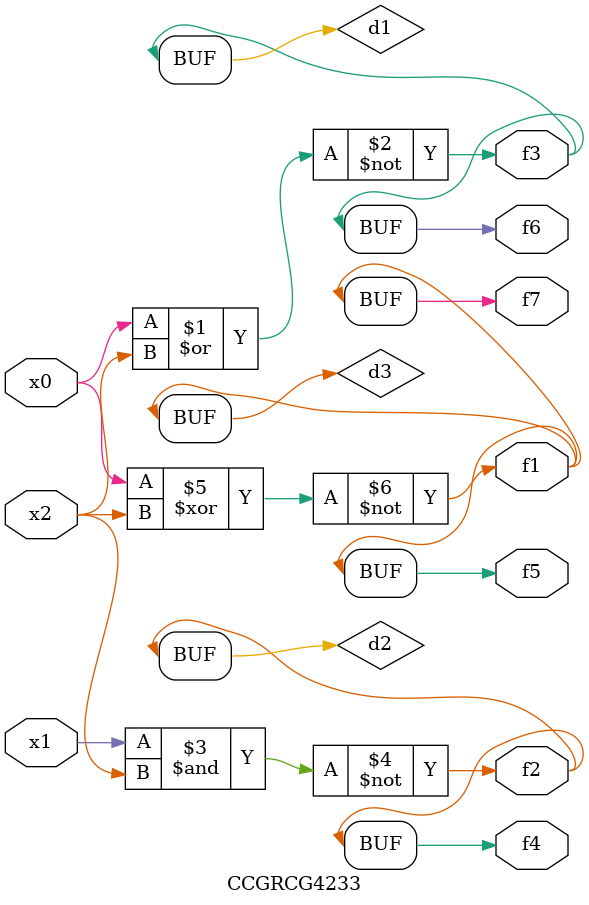
<source format=v>
module CCGRCG4233(
	input x0, x1, x2,
	output f1, f2, f3, f4, f5, f6, f7
);

	wire d1, d2, d3;

	nor (d1, x0, x2);
	nand (d2, x1, x2);
	xnor (d3, x0, x2);
	assign f1 = d3;
	assign f2 = d2;
	assign f3 = d1;
	assign f4 = d2;
	assign f5 = d3;
	assign f6 = d1;
	assign f7 = d3;
endmodule

</source>
